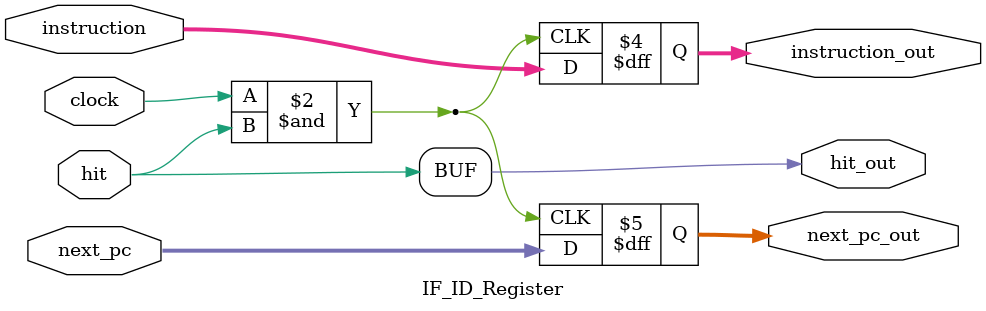
<source format=v>
`timescale 1ns / 1ps
module IF_ID_Register(
    input clock,
    input [31:0] next_pc,
    input [31:0] instruction,
	 input hit,
    output reg [31:0] instruction_out,
    output reg [31:0] next_pc_out,
    output wire hit_out
    );
	 
initial begin
	instruction_out = 0;
	next_pc_out = 0;
end
always@ (negedge clock & hit) begin
	next_pc_out = next_pc;
	instruction_out = instruction;
end

assign hit_out = hit;

endmodule

</source>
